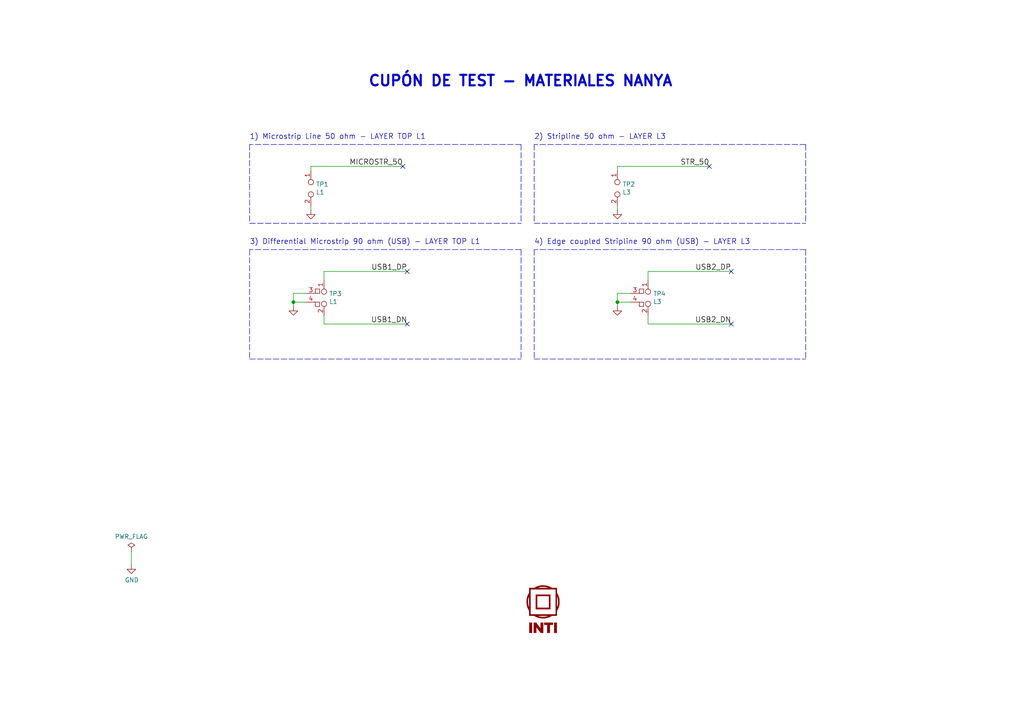
<source format=kicad_sch>
(kicad_sch
	(version 20231120)
	(generator "eeschema")
	(generator_version "8.0")
	(uuid "053c41be-400b-4ed4-9aad-c7b3e2ac6024")
	(paper "A4")
	(title_block
		(title "Cupón de Test")
		(date "2020-10-13")
		(rev "V2.0")
		(company "INTI - MNT")
		(comment 2 "Autor: Noelia Scotti")
		(comment 4 "Cupón de test para materiales Nanya")
	)
	(lib_symbols
		(symbol "Connector:TestPoint_2Pole"
			(pin_names
				(offset 0.762) hide)
			(exclude_from_sim no)
			(in_bom yes)
			(on_board yes)
			(property "Reference" "TP"
				(at 0 1.524 0)
				(effects
					(font
						(size 1.27 1.27)
					)
				)
			)
			(property "Value" "TestPoint_2Pole"
				(at 0 -1.778 0)
				(effects
					(font
						(size 1.27 1.27)
					)
				)
			)
			(property "Footprint" ""
				(at 0 0 0)
				(effects
					(font
						(size 1.27 1.27)
					)
					(hide yes)
				)
			)
			(property "Datasheet" ""
				(at 0 0 0)
				(effects
					(font
						(size 1.27 1.27)
					)
					(hide yes)
				)
			)
			(property "Description" ""
				(at 0 0 0)
				(effects
					(font
						(size 1.27 1.27)
					)
					(hide yes)
				)
			)
			(property "ki_fp_filters" "Pin* Test*"
				(at 0 0 0)
				(effects
					(font
						(size 1.27 1.27)
					)
					(hide yes)
				)
			)
			(symbol "TestPoint_2Pole_0_1"
				(circle
					(center -1.778 0)
					(radius 0.762)
					(stroke
						(width 0)
						(type solid)
					)
					(fill
						(type none)
					)
				)
				(circle
					(center 1.778 0)
					(radius 0.762)
					(stroke
						(width 0)
						(type solid)
					)
					(fill
						(type none)
					)
				)
				(pin passive line
					(at -5.08 0 0)
					(length 2.54)
					(name "1"
						(effects
							(font
								(size 1.27 1.27)
							)
						)
					)
					(number "1"
						(effects
							(font
								(size 1.27 1.27)
							)
						)
					)
				)
				(pin passive line
					(at 5.08 0 180)
					(length 2.54)
					(name "2"
						(effects
							(font
								(size 1.27 1.27)
							)
						)
					)
					(number "2"
						(effects
							(font
								(size 1.27 1.27)
							)
						)
					)
				)
			)
		)
		(symbol "Connector:TestPoint_4Pole"
			(pin_names
				(offset 0.762) hide)
			(exclude_from_sim no)
			(in_bom yes)
			(on_board yes)
			(property "Reference" "TP"
				(at 0 1.524 0)
				(effects
					(font
						(size 1.27 1.27)
					)
				)
			)
			(property "Value" "TestPoint_4Pole"
				(at 1.27 3.81 0)
				(effects
					(font
						(size 1.27 1.27)
					)
				)
			)
			(property "Footprint" ""
				(at 0 0 0)
				(effects
					(font
						(size 1.27 1.27)
					)
					(hide yes)
				)
			)
			(property "Datasheet" ""
				(at 0 0 0)
				(effects
					(font
						(size 1.27 1.27)
					)
					(hide yes)
				)
			)
			(property "Description" ""
				(at 0 0 0)
				(effects
					(font
						(size 1.27 1.27)
					)
					(hide yes)
				)
			)
			(property "ki_fp_filters" "Pin* Test*"
				(at 0 0 0)
				(effects
					(font
						(size 1.27 1.27)
					)
					(hide yes)
				)
			)
			(symbol "TestPoint_4Pole_0_0"
				(pin passive line
					(at -1.27 -5.08 90)
					(length 2.54)
					(name "3"
						(effects
							(font
								(size 1.27 1.27)
							)
						)
					)
					(number "3"
						(effects
							(font
								(size 1.27 1.27)
							)
						)
					)
				)
				(pin passive line
					(at 1.27 -5.08 90)
					(length 2.54)
					(name "4"
						(effects
							(font
								(size 1.27 1.27)
							)
						)
					)
					(number "4"
						(effects
							(font
								(size 1.27 1.27)
							)
						)
					)
				)
			)
			(symbol "TestPoint_4Pole_0_1"
				(rectangle
					(start -2.54 -1.27)
					(end -1.27 -2.54)
					(stroke
						(width 0)
						(type solid)
					)
					(fill
						(type none)
					)
				)
				(circle
					(center -1.778 0)
					(radius 0.762)
					(stroke
						(width 0)
						(type solid)
					)
					(fill
						(type none)
					)
				)
				(circle
					(center 1.778 0)
					(radius 0.762)
					(stroke
						(width 0)
						(type solid)
					)
					(fill
						(type none)
					)
				)
				(rectangle
					(start 2.54 -2.54)
					(end 1.27 -1.27)
					(stroke
						(width 0)
						(type solid)
					)
					(fill
						(type none)
					)
				)
				(pin passive line
					(at -5.08 0 0)
					(length 2.54)
					(name "1"
						(effects
							(font
								(size 1.27 1.27)
							)
						)
					)
					(number "1"
						(effects
							(font
								(size 1.27 1.27)
							)
						)
					)
				)
				(pin passive line
					(at 5.08 0 180)
					(length 2.54)
					(name "2"
						(effects
							(font
								(size 1.27 1.27)
							)
						)
					)
					(number "2"
						(effects
							(font
								(size 1.27 1.27)
							)
						)
					)
				)
			)
		)
		(symbol "logo:LOGO"
			(pin_names
				(offset 1.016)
			)
			(exclude_from_sim no)
			(in_bom yes)
			(on_board yes)
			(property "Reference" "#G"
				(at 0 -9.2456 0)
				(effects
					(font
						(size 1.524 1.524)
					)
					(hide yes)
				)
			)
			(property "Value" "LOGO"
				(at 0 9.2456 0)
				(effects
					(font
						(size 1.524 1.524)
					)
					(hide yes)
				)
			)
			(property "Footprint" ""
				(at 0 0 0)
				(effects
					(font
						(size 1.27 1.27)
					)
					(hide yes)
				)
			)
			(property "Datasheet" ""
				(at 0 0 0)
				(effects
					(font
						(size 1.27 1.27)
					)
					(hide yes)
				)
			)
			(property "Description" ""
				(at 0 0 0)
				(effects
					(font
						(size 1.27 1.27)
					)
					(hide yes)
				)
			)
			(symbol "LOGO_0_0"
				(polyline
					(pts
						(xy -3.175 -4.064) (xy -3.937 -4.064) (xy -3.937 -7.0358) (xy -3.175 -7.0358) (xy -3.175 -4.064)
					)
					(stroke
						(width 0.0254)
						(type solid)
					)
					(fill
						(type outline)
					)
				)
				(polyline
					(pts
						(xy 4.0132 -4.064) (xy 3.2512 -4.064) (xy 3.2512 -7.0358) (xy 4.0132 -7.0358) (xy 4.0132 -4.064)
					)
					(stroke
						(width 0.0254)
						(type solid)
					)
					(fill
						(type outline)
					)
				)
				(polyline
					(pts
						(xy 2.0066 -5.8674) (xy 2.032 -4.699) (xy 2.4384 -4.6736) (xy 2.8702 -4.6736) (xy 2.8702 -4.064)
						(xy 0.381 -4.064) (xy 0.381 -4.6736) (xy 1.2446 -4.6736) (xy 1.2446 -7.0358) (xy 2.0066 -7.0358)
						(xy 2.0066 -5.8674)
					)
					(stroke
						(width 0.0254)
						(type solid)
					)
					(fill
						(type outline)
					)
				)
				(polyline
					(pts
						(xy -1.9304 -6.1722) (xy -1.9304 -5.2832) (xy -1.2954 -6.1722) (xy -0.635 -7.0358) (xy 0.0508 -7.0358)
						(xy 0.0508 -4.064) (xy -0.6858 -4.064) (xy -0.6858 -5.7912) (xy -1.3462 -4.9276) (xy -1.9812 -4.064)
						(xy -2.667 -4.064) (xy -2.667 -7.0358) (xy -1.9558 -7.0358) (xy -1.9304 -6.1722)
					)
					(stroke
						(width 0.0254)
						(type solid)
					)
					(fill
						(type outline)
					)
				)
				(polyline
					(pts
						(xy 2.159 4.064) (xy -2.0574 4.064) (xy -2.0574 0.762) (xy -1.7018 0.762) (xy -1.7018 3.6576)
						(xy 1.7526 3.6576) (xy 1.7526 0.2286) (xy -1.524 0.2286) (xy -1.6256 0.254) (xy -1.6764 0.254)
						(xy -1.6764 0.5334) (xy -1.7018 0.762) (xy -2.0574 0.762) (xy -2.0574 -0.1524) (xy 2.159 -0.1524)
						(xy 2.159 4.064)
					)
					(stroke
						(width 0.0254)
						(type solid)
					)
					(fill
						(type outline)
					)
				)
				(polyline
					(pts
						(xy 0.8382 -2.7432) (xy 1.3716 -2.6162) (xy 1.905 -2.4384) (xy 2.3622 -2.2098) (xy 2.6162 -2.0574)
						(xy 4.0386 -2.0574) (xy 4.0386 -0.6604) (xy 4.191 -0.381) (xy 4.318 -0.1524) (xy 4.5212 0.3048)
						(xy 4.6736 0.8382) (xy 4.699 0.889) (xy 4.7498 1.0922) (xy 4.7498 1.2192) (xy 4.7752 1.3462) (xy 4.7752 2.6416)
						(xy 4.7498 2.7432) (xy 4.7498 2.8702) (xy 4.7244 2.9718) (xy 4.6736 3.0988) (xy 4.5974 3.3782)
						(xy 4.4196 3.8608) (xy 4.191 4.2926) (xy 4.0386 4.5974) (xy 4.0386 5.9944) (xy 2.6416 5.9944)
						(xy 2.2606 6.1976) (xy 1.8796 6.3754) (xy 1.4478 6.5278) (xy 0.9906 6.6548) (xy 0.5334 6.7056)
						(xy 0.0254 6.731) (xy -0.381 6.731) (xy -0.8636 6.6548) (xy -1.2954 6.5532) (xy -1.7526 6.4008)
						(xy -2.2098 6.1976) (xy -2.5908 5.9944) (xy -1.7018 5.9944) (xy -1.3462 6.1468) (xy -0.9652 6.2484)
						(xy -0.5334 6.3246) (xy -0.1016 6.35) (xy 0.3302 6.35) (xy 0.7366 6.2992) (xy 0.8382 6.2738) (xy 0.9906 6.2484)
						(xy 1.3462 6.1468) (xy 1.4986 6.096) (xy 1.6256 6.0706) (xy 1.7272 6.0198) (xy 1.7526 6.0198)
						(xy 1.7018 5.9944) (xy -1.7018 5.9944) (xy -2.5908 5.9944) (xy -3.9878 5.9944) (xy -3.9878 4.572)
						(xy -4.1148 4.3688) (xy -4.2418 4.1402) (xy -4.445 3.683) (xy -4.5974 3.2258) (xy -4.699 2.7432)
						(xy -4.7244 2.4892) (xy -4.7498 2.1336) (xy -4.7498 1.905) (xy -4.3688 1.905) (xy -4.3688 2.1844)
						(xy -4.3434 2.4638) (xy -4.318 2.6924) (xy -4.2926 2.8448) (xy -4.191 3.2004) (xy -4.0894 3.5052)
						(xy -4.0132 3.6576) (xy -4.0132 3.6068) (xy -3.9878 3.5052) (xy -3.9878 0.254) (xy -4.0132 0.254)
						(xy -4.0386 0.3302) (xy -4.0894 0.4318) (xy -4.1402 0.5842) (xy -4.2418 0.9398) (xy -4.2926 1.143)
						(xy -4.318 1.3462) (xy -4.3434 1.6002) (xy -4.3688 1.905) (xy -4.7498 1.905) (xy -4.7498 1.8034)
						(xy -4.7244 1.4732) (xy -4.699 1.1684) (xy -4.6482 0.9906) (xy -4.5466 0.6096) (xy -4.4196 0.2032)
						(xy -4.2418 -0.1778) (xy -4.064 -0.508) (xy -4.064 -0.5334) (xy -3.9878 -0.6858) (xy -3.9878 -1.6764)
						(xy -3.6068 -1.6764) (xy -3.6068 5.588) (xy 3.683 5.588) (xy 3.683 0.6858) (xy 4.0386 0.6858)
						(xy 4.0386 3.7338) (xy 4.1148 3.5306) (xy 4.1402 3.5306) (xy 4.191 3.4036) (xy 4.2418 3.2258)
						(xy 4.2926 3.0734) (xy 4.3434 2.7686) (xy 4.4196 2.2098) (xy 4.4196 1.651) (xy 4.3434 1.0922)
						(xy 4.191 0.5588) (xy 4.191 0.508) (xy 4.1402 0.381) (xy 4.0894 0.3048) (xy 4.064 0.254) (xy 4.064 0.4826)
						(xy 4.0386 0.6858) (xy 3.683 0.6858) (xy 3.683 -1.6764) (xy -3.6068 -1.6764) (xy -3.9878 -1.6764)
						(xy -3.9878 -2.0574) (xy -2.8702 -2.0574) (xy -2.6924 -2.0828) (xy -2.5908 -2.0828) (xy -1.7018 -2.0828)
						(xy -0.8382 -2.0828) (xy -0.508 -2.0574) (xy 0.5588 -2.0574) (xy 0.889 -2.0828) (xy 1.778 -2.0828)
						(xy 1.397 -2.2098) (xy 1.0414 -2.3114) (xy 0.9144 -2.3622) (xy 0.762 -2.3622) (xy 0.6096 -2.3876)
						(xy 0.4064 -2.413) (xy -0.5588 -2.413) (xy -0.5842 -2.3876) (xy -0.7112 -2.3622) (xy -0.8128 -2.3622)
						(xy -0.8636 -2.3368) (xy -1.016 -2.3114) (xy -1.1938 -2.2606) (xy -1.3716 -2.1844) (xy -1.7018 -2.0828)
						(xy -2.5908 -2.0828) (xy -2.5146 -2.1082) (xy -2.4638 -2.1082) (xy -2.413 -2.159) (xy -2.1844 -2.286)
						(xy -1.905 -2.413) (xy -1.6002 -2.5146) (xy -1.2954 -2.6416) (xy -0.9906 -2.7178) (xy -0.6858 -2.7686)
						(xy -0.2794 -2.8194) (xy 0.2794 -2.8194) (xy 0.8382 -2.7432)
					)
					(stroke
						(width 0.0254)
						(type solid)
					)
					(fill
						(type outline)
					)
				)
			)
		)
		(symbol "power:GND"
			(power)
			(pin_names
				(offset 0)
			)
			(exclude_from_sim no)
			(in_bom yes)
			(on_board yes)
			(property "Reference" "#PWR"
				(at 0 -6.35 0)
				(effects
					(font
						(size 1.27 1.27)
					)
					(hide yes)
				)
			)
			(property "Value" "GND"
				(at 0 -3.81 0)
				(effects
					(font
						(size 1.27 1.27)
					)
				)
			)
			(property "Footprint" ""
				(at 0 0 0)
				(effects
					(font
						(size 1.27 1.27)
					)
					(hide yes)
				)
			)
			(property "Datasheet" ""
				(at 0 0 0)
				(effects
					(font
						(size 1.27 1.27)
					)
					(hide yes)
				)
			)
			(property "Description" ""
				(at 0 0 0)
				(effects
					(font
						(size 1.27 1.27)
					)
					(hide yes)
				)
			)
			(symbol "GND_0_1"
				(polyline
					(pts
						(xy 0 0) (xy 0 -1.27) (xy 1.27 -1.27) (xy 0 -2.54) (xy -1.27 -1.27) (xy 0 -1.27)
					)
					(stroke
						(width 0)
						(type solid)
					)
					(fill
						(type none)
					)
				)
			)
			(symbol "GND_1_1"
				(pin power_in line
					(at 0 0 270)
					(length 0) hide
					(name "GND"
						(effects
							(font
								(size 1.27 1.27)
							)
						)
					)
					(number "1"
						(effects
							(font
								(size 1.27 1.27)
							)
						)
					)
				)
			)
		)
		(symbol "power:PWR_FLAG"
			(power)
			(pin_numbers hide)
			(pin_names
				(offset 0) hide)
			(exclude_from_sim no)
			(in_bom yes)
			(on_board yes)
			(property "Reference" "#FLG"
				(at 0 1.905 0)
				(effects
					(font
						(size 1.27 1.27)
					)
					(hide yes)
				)
			)
			(property "Value" "PWR_FLAG"
				(at 0 3.81 0)
				(effects
					(font
						(size 1.27 1.27)
					)
				)
			)
			(property "Footprint" ""
				(at 0 0 0)
				(effects
					(font
						(size 1.27 1.27)
					)
					(hide yes)
				)
			)
			(property "Datasheet" ""
				(at 0 0 0)
				(effects
					(font
						(size 1.27 1.27)
					)
					(hide yes)
				)
			)
			(property "Description" ""
				(at 0 0 0)
				(effects
					(font
						(size 1.27 1.27)
					)
					(hide yes)
				)
			)
			(symbol "PWR_FLAG_0_0"
				(pin power_out line
					(at 0 0 90)
					(length 0)
					(name "pwr"
						(effects
							(font
								(size 1.27 1.27)
							)
						)
					)
					(number "1"
						(effects
							(font
								(size 1.27 1.27)
							)
						)
					)
				)
			)
			(symbol "PWR_FLAG_0_1"
				(polyline
					(pts
						(xy 0 0) (xy 0 1.27) (xy -1.016 1.905) (xy 0 2.54) (xy 1.016 1.905) (xy 0 1.27)
					)
					(stroke
						(width 0)
						(type solid)
					)
					(fill
						(type none)
					)
				)
			)
		)
	)
	(junction
		(at 179.07 87.63)
		(diameter 0)
		(color 0 0 0 0)
		(uuid "75dfd1b3-669a-491f-8506-40ebdb8508b9")
	)
	(junction
		(at 85.09 87.63)
		(diameter 0)
		(color 0 0 0 0)
		(uuid "d5f0ccb2-5944-4e9f-8c71-a947448b832f")
	)
	(no_connect
		(at 212.09 93.98)
		(uuid "0e5193ec-ef89-43cf-920d-3b7c9ed501dc")
	)
	(no_connect
		(at 205.74 48.26)
		(uuid "144b47bd-8093-4649-b3d8-3c6825aee9cf")
	)
	(no_connect
		(at 118.11 93.98)
		(uuid "71123d19-8aa2-4f76-8619-40c55dd153f0")
	)
	(no_connect
		(at 212.09 78.74)
		(uuid "c38b5b19-4da8-4772-a312-37bab47f1bd0")
	)
	(no_connect
		(at 116.84 48.26)
		(uuid "c9c5d048-134a-451d-861b-b0ac7d1c7778")
	)
	(no_connect
		(at 118.11 78.74)
		(uuid "de180190-7ea7-4873-a164-55168d174828")
	)
	(polyline
		(pts
			(xy 154.94 41.91) (xy 154.94 64.77)
		)
		(stroke
			(width 0)
			(type dash)
		)
		(uuid "0556aff0-3dab-4367-8cd2-9d6c5687d954")
	)
	(polyline
		(pts
			(xy 151.13 72.39) (xy 151.13 104.14)
		)
		(stroke
			(width 0)
			(type dash)
		)
		(uuid "082bf79c-85c5-4a49-b254-cf390b772f0b")
	)
	(polyline
		(pts
			(xy 72.39 72.39) (xy 72.39 104.14)
		)
		(stroke
			(width 0)
			(type dash)
		)
		(uuid "15830725-2c4f-4696-9ef6-0550f9e60d20")
	)
	(wire
		(pts
			(xy 90.17 48.26) (xy 116.84 48.26)
		)
		(stroke
			(width 0)
			(type default)
		)
		(uuid "199fae52-aebb-42f1-90ba-da4fbc11abae")
	)
	(polyline
		(pts
			(xy 233.68 41.91) (xy 154.94 41.91)
		)
		(stroke
			(width 0)
			(type dash)
		)
		(uuid "1f27e0ac-54ac-41b2-b7d9-066117d54ce3")
	)
	(polyline
		(pts
			(xy 154.94 104.14) (xy 233.68 104.14)
		)
		(stroke
			(width 0)
			(type dash)
		)
		(uuid "23e6a9f3-8a7c-47bd-9388-52ac6d1fb32d")
	)
	(wire
		(pts
			(xy 118.11 93.98) (xy 93.98 93.98)
		)
		(stroke
			(width 0)
			(type default)
		)
		(uuid "248402a8-7a0b-49d3-9d87-bd55af2f176d")
	)
	(wire
		(pts
			(xy 85.09 87.63) (xy 85.09 88.9)
		)
		(stroke
			(width 0)
			(type default)
		)
		(uuid "28463f00-a557-40e7-bc4f-45d5846e0d8b")
	)
	(polyline
		(pts
			(xy 154.94 72.39) (xy 154.94 104.14)
		)
		(stroke
			(width 0)
			(type dash)
		)
		(uuid "346c4248-e49e-428d-829e-17a88066e887")
	)
	(wire
		(pts
			(xy 187.96 91.44) (xy 187.96 93.98)
		)
		(stroke
			(width 0)
			(type default)
		)
		(uuid "360cd4c5-61a0-4cc6-9a99-ec92b5ca7eaa")
	)
	(wire
		(pts
			(xy 182.88 85.09) (xy 179.07 85.09)
		)
		(stroke
			(width 0)
			(type default)
		)
		(uuid "39e9aabf-ac5d-459f-b08a-fc23df989244")
	)
	(polyline
		(pts
			(xy 233.68 41.91) (xy 233.68 64.77)
		)
		(stroke
			(width 0)
			(type dash)
		)
		(uuid "3d3f1b0c-a2ab-46dd-b721-c9365844700b")
	)
	(polyline
		(pts
			(xy 72.39 41.91) (xy 72.39 64.77)
		)
		(stroke
			(width 0)
			(type dash)
		)
		(uuid "40f724e8-cdb0-40d6-82ce-4caac8897cb2")
	)
	(polyline
		(pts
			(xy 154.94 64.77) (xy 233.68 64.77)
		)
		(stroke
			(width 0)
			(type dash)
		)
		(uuid "53fdd2a3-fe42-4d81-a25a-93e456594858")
	)
	(polyline
		(pts
			(xy 72.39 104.14) (xy 151.13 104.14)
		)
		(stroke
			(width 0)
			(type dash)
		)
		(uuid "547082fa-addd-47be-b5c5-e458dfb47b19")
	)
	(wire
		(pts
			(xy 179.07 48.26) (xy 205.74 48.26)
		)
		(stroke
			(width 0)
			(type default)
		)
		(uuid "60a65153-01c4-4d28-badb-85d04b539b74")
	)
	(polyline
		(pts
			(xy 151.13 72.39) (xy 72.39 72.39)
		)
		(stroke
			(width 0)
			(type dash)
		)
		(uuid "678aaefd-34bd-40ba-bff5-87d23beb1ce4")
	)
	(wire
		(pts
			(xy 85.09 85.09) (xy 85.09 87.63)
		)
		(stroke
			(width 0)
			(type default)
		)
		(uuid "68d33769-d80b-4fdd-a0b7-0cdfb2fe6f52")
	)
	(wire
		(pts
			(xy 182.88 87.63) (xy 179.07 87.63)
		)
		(stroke
			(width 0)
			(type default)
		)
		(uuid "76b1d047-593b-4631-a50d-53a538172d42")
	)
	(polyline
		(pts
			(xy 233.68 72.39) (xy 233.68 104.14)
		)
		(stroke
			(width 0)
			(type dash)
		)
		(uuid "7a41cd74-d766-46f0-a765-bbb98991f90e")
	)
	(wire
		(pts
			(xy 212.09 93.98) (xy 187.96 93.98)
		)
		(stroke
			(width 0)
			(type default)
		)
		(uuid "88500267-7e41-4f9b-a850-977bc4e3bacd")
	)
	(wire
		(pts
			(xy 90.17 59.69) (xy 90.17 60.96)
		)
		(stroke
			(width 0)
			(type default)
		)
		(uuid "91f60866-3310-46c1-a6fd-fb50d61b505f")
	)
	(wire
		(pts
			(xy 179.07 87.63) (xy 179.07 88.9)
		)
		(stroke
			(width 0)
			(type default)
		)
		(uuid "92088792-6df6-455b-8eea-8c0a1d2da448")
	)
	(wire
		(pts
			(xy 93.98 91.44) (xy 93.98 93.98)
		)
		(stroke
			(width 0)
			(type default)
		)
		(uuid "941cfbd4-5fe1-42e1-b355-c3c189e3762d")
	)
	(wire
		(pts
			(xy 88.9 85.09) (xy 85.09 85.09)
		)
		(stroke
			(width 0)
			(type default)
		)
		(uuid "961a12b0-9c9e-4b96-b712-e24740510b5b")
	)
	(wire
		(pts
			(xy 187.96 81.28) (xy 187.96 78.74)
		)
		(stroke
			(width 0)
			(type default)
		)
		(uuid "9751cce6-67b2-4bc7-ad6d-f5da429411ed")
	)
	(polyline
		(pts
			(xy 72.39 64.77) (xy 151.13 64.77)
		)
		(stroke
			(width 0)
			(type dash)
		)
		(uuid "9873033d-e857-4312-b6ad-5e1488a00ae2")
	)
	(polyline
		(pts
			(xy 151.13 41.91) (xy 72.39 41.91)
		)
		(stroke
			(width 0)
			(type dash)
		)
		(uuid "9d5929d8-c8e0-42ab-8037-26d2aa965d6d")
	)
	(wire
		(pts
			(xy 179.07 49.53) (xy 179.07 48.26)
		)
		(stroke
			(width 0)
			(type default)
		)
		(uuid "abaa5216-c876-44ef-bcf3-4732cd97e9f5")
	)
	(polyline
		(pts
			(xy 151.13 41.91) (xy 151.13 64.77)
		)
		(stroke
			(width 0)
			(type dash)
		)
		(uuid "b62b9f4a-3269-44a3-a561-fbbe1acbd94c")
	)
	(wire
		(pts
			(xy 38.1 160.02) (xy 38.1 163.83)
		)
		(stroke
			(width 0)
			(type default)
		)
		(uuid "d45e03be-2577-4788-895f-5fb2d1c1ac74")
	)
	(wire
		(pts
			(xy 179.07 85.09) (xy 179.07 87.63)
		)
		(stroke
			(width 0)
			(type default)
		)
		(uuid "d7eba8e8-b331-4f47-b67a-9742fa554e18")
	)
	(wire
		(pts
			(xy 118.11 78.74) (xy 93.98 78.74)
		)
		(stroke
			(width 0)
			(type default)
		)
		(uuid "d8c2f48f-0253-4f55-9b16-d00ce22990ba")
	)
	(polyline
		(pts
			(xy 233.68 72.39) (xy 154.94 72.39)
		)
		(stroke
			(width 0)
			(type dash)
		)
		(uuid "d9a24b80-53eb-4554-b77a-00e8f8e769a9")
	)
	(wire
		(pts
			(xy 88.9 87.63) (xy 85.09 87.63)
		)
		(stroke
			(width 0)
			(type default)
		)
		(uuid "deb894c6-6a57-4435-b01e-17ecb2853447")
	)
	(wire
		(pts
			(xy 212.09 78.74) (xy 187.96 78.74)
		)
		(stroke
			(width 0)
			(type default)
		)
		(uuid "e31f2f21-15f0-4bc0-b35b-9795e122f522")
	)
	(wire
		(pts
			(xy 90.17 49.53) (xy 90.17 48.26)
		)
		(stroke
			(width 0)
			(type default)
		)
		(uuid "ebec7614-c513-41e1-8d2f-46b487063347")
	)
	(wire
		(pts
			(xy 93.98 78.74) (xy 93.98 81.28)
		)
		(stroke
			(width 0)
			(type default)
		)
		(uuid "f262aa3a-a9a8-4f51-9e32-be35f6fd92a5")
	)
	(wire
		(pts
			(xy 179.07 59.69) (xy 179.07 60.96)
		)
		(stroke
			(width 0)
			(type default)
		)
		(uuid "f2d15bda-a3fd-420c-8c5e-4b0db00bc5ab")
	)
	(text "4) Edge coupled Stripline 90 ohm (USB) - LAYER L3"
		(exclude_from_sim no)
		(at 154.94 71.12 0)
		(effects
			(font
				(size 1.524 1.524)
			)
			(justify left bottom)
		)
		(uuid "0b8e7e52-673e-48be-90b1-e5fa22e14bd5")
	)
	(text "2) Stripline 50 ohm - LAYER L3"
		(exclude_from_sim no)
		(at 154.94 40.64 0)
		(effects
			(font
				(size 1.524 1.524)
			)
			(justify left bottom)
		)
		(uuid "2b080581-ba39-441a-884d-a911daa47204")
	)
	(text "1) Microstrip Line 50 ohm - LAYER TOP L1"
		(exclude_from_sim no)
		(at 72.39 40.64 0)
		(effects
			(font
				(size 1.524 1.524)
			)
			(justify left bottom)
		)
		(uuid "30a2e56c-6193-4ef6-92f9-a7f0887a39bd")
	)
	(text "CUPÓN DE TEST - MATERIALES NANYA"
		(exclude_from_sim no)
		(at 106.68 25.4 0)
		(effects
			(font
				(size 3.048 3.048)
				(thickness 0.6096)
				(bold yes)
			)
			(justify left bottom)
		)
		(uuid "9a8a0ada-e558-4ccc-b665-fd7b16c6733a")
	)
	(text "3) Differential Microstrip 90 ohm (USB) - LAYER TOP L1"
		(exclude_from_sim no)
		(at 72.39 71.12 0)
		(effects
			(font
				(size 1.524 1.524)
			)
			(justify left bottom)
		)
		(uuid "b9cfd1a9-9884-455a-a9ae-1d3906f08cd1")
	)
	(label "USB2_DP"
		(at 212.09 78.74 180)
		(effects
			(font
				(size 1.524 1.524)
			)
			(justify right bottom)
		)
		(uuid "07421fe8-9c60-4549-bcbd-db8242512b44")
	)
	(label "USB2_DN"
		(at 212.09 93.98 180)
		(effects
			(font
				(size 1.524 1.524)
			)
			(justify right bottom)
		)
		(uuid "6d79ef12-573c-4811-aef0-f69c9a442358")
	)
	(label "USB1_DP"
		(at 118.11 78.74 180)
		(effects
			(font
				(size 1.524 1.524)
			)
			(justify right bottom)
		)
		(uuid "81def4d3-0b7b-4117-be51-12f05743ad15")
	)
	(label "MICROSTR_50"
		(at 116.84 48.26 180)
		(effects
			(font
				(size 1.524 1.524)
			)
			(justify right bottom)
		)
		(uuid "945c6676-6fd2-466f-ba69-09e769b1a86d")
	)
	(label "USB1_DN"
		(at 118.11 93.98 180)
		(effects
			(font
				(size 1.524 1.524)
			)
			(justify right bottom)
		)
		(uuid "d8434ac4-b955-4809-9bf6-2f19473a25d7")
	)
	(label "STR_50"
		(at 205.74 48.26 180)
		(effects
			(font
				(size 1.524 1.524)
			)
			(justify right bottom)
		)
		(uuid "f77e270f-bc33-4928-9367-6565b622b51e")
	)
	(symbol
		(lib_id "power:GND")
		(at 90.17 60.96 0)
		(unit 1)
		(exclude_from_sim no)
		(in_bom yes)
		(on_board yes)
		(dnp no)
		(uuid "00000000-0000-0000-0000-000052dfc6e8")
		(property "Reference" "#PWR08"
			(at 90.17 60.96 0)
			(effects
				(font
					(size 0.762 0.762)
				)
				(hide yes)
			)
		)
		(property "Value" "GND"
			(at 90.17 62.738 0)
			(effects
				(font
					(size 0.762 0.762)
				)
				(hide yes)
			)
		)
		(property "Footprint" ""
			(at 90.17 60.96 0)
			(effects
				(font
					(size 1.524 1.524)
				)
				(hide yes)
			)
		)
		(property "Datasheet" ""
			(at 90.17 60.96 0)
			(effects
				(font
					(size 1.524 1.524)
				)
				(hide yes)
			)
		)
		(property "Description" ""
			(at 90.17 60.96 0)
			(effects
				(font
					(size 1.27 1.27)
				)
				(hide yes)
			)
		)
		(pin "1"
			(uuid "9c6fc12c-c875-4d1f-ba71-c83f79eea554")
		)
		(instances
			(project ""
				(path "/053c41be-400b-4ed4-9aad-c7b3e2ac6024"
					(reference "#PWR08")
					(unit 1)
				)
			)
		)
	)
	(symbol
		(lib_id "power:GND")
		(at 38.1 163.83 0)
		(unit 1)
		(exclude_from_sim no)
		(in_bom yes)
		(on_board yes)
		(dnp no)
		(uuid "00000000-0000-0000-0000-00005f734b5b")
		(property "Reference" "#PWR01"
			(at 38.1 170.18 0)
			(effects
				(font
					(size 1.27 1.27)
				)
				(hide yes)
			)
		)
		(property "Value" "GND"
			(at 38.227 168.2242 0)
			(effects
				(font
					(size 1.27 1.27)
				)
			)
		)
		(property "Footprint" ""
			(at 38.1 163.83 0)
			(effects
				(font
					(size 1.27 1.27)
				)
				(hide yes)
			)
		)
		(property "Datasheet" ""
			(at 38.1 163.83 0)
			(effects
				(font
					(size 1.27 1.27)
				)
				(hide yes)
			)
		)
		(property "Description" ""
			(at 38.1 163.83 0)
			(effects
				(font
					(size 1.27 1.27)
				)
				(hide yes)
			)
		)
		(pin "1"
			(uuid "9fe48252-672e-4234-ae37-b37a9313532f")
		)
		(instances
			(project ""
				(path "/053c41be-400b-4ed4-9aad-c7b3e2ac6024"
					(reference "#PWR01")
					(unit 1)
				)
			)
		)
	)
	(symbol
		(lib_id "power:PWR_FLAG")
		(at 38.1 160.02 0)
		(unit 1)
		(exclude_from_sim no)
		(in_bom yes)
		(on_board yes)
		(dnp no)
		(uuid "00000000-0000-0000-0000-00005f7351dd")
		(property "Reference" "#FLG01"
			(at 38.1 158.115 0)
			(effects
				(font
					(size 1.27 1.27)
				)
				(hide yes)
			)
		)
		(property "Value" "PWR_FLAG"
			(at 38.1 155.6258 0)
			(effects
				(font
					(size 1.27 1.27)
				)
			)
		)
		(property "Footprint" ""
			(at 38.1 160.02 0)
			(effects
				(font
					(size 1.27 1.27)
				)
				(hide yes)
			)
		)
		(property "Datasheet" ""
			(at 38.1 160.02 0)
			(effects
				(font
					(size 1.27 1.27)
				)
				(hide yes)
			)
		)
		(property "Description" ""
			(at 38.1 160.02 0)
			(effects
				(font
					(size 1.27 1.27)
				)
				(hide yes)
			)
		)
		(pin "1"
			(uuid "620bfd4a-cfda-4740-9f96-8bc633262df1")
		)
		(instances
			(project ""
				(path "/053c41be-400b-4ed4-9aad-c7b3e2ac6024"
					(reference "#FLG01")
					(unit 1)
				)
			)
		)
	)
	(symbol
		(lib_id "Connector:TestPoint_2Pole")
		(at 90.17 54.61 270)
		(unit 1)
		(exclude_from_sim no)
		(in_bom yes)
		(on_board yes)
		(dnp no)
		(uuid "00000000-0000-0000-0000-00005f73ad67")
		(property "Reference" "TP1"
			(at 91.6432 53.4416 90)
			(effects
				(font
					(size 1.27 1.27)
				)
				(justify left)
			)
		)
		(property "Value" "L1"
			(at 91.6432 55.753 90)
			(effects
				(font
					(size 1.27 1.27)
				)
				(justify left)
			)
		)
		(property "Footprint" "Connector_Coaxial:Test_point_2P_inti"
			(at 90.17 54.61 0)
			(effects
				(font
					(size 1.27 1.27)
				)
				(hide yes)
			)
		)
		(property "Datasheet" ""
			(at 90.17 54.61 0)
			(effects
				(font
					(size 1.27 1.27)
				)
				(hide yes)
			)
		)
		(property "Description" ""
			(at 90.17 54.61 0)
			(effects
				(font
					(size 1.27 1.27)
				)
				(hide yes)
			)
		)
		(pin "2"
			(uuid "85966245-c601-44b3-a9d9-596d334d42d3")
		)
		(pin "1"
			(uuid "29c77653-91a8-4888-a4af-f33784ccc600")
		)
		(instances
			(project ""
				(path "/053c41be-400b-4ed4-9aad-c7b3e2ac6024"
					(reference "TP1")
					(unit 1)
				)
			)
		)
	)
	(symbol
		(lib_id "Connector:TestPoint_4Pole")
		(at 93.98 86.36 270)
		(unit 1)
		(exclude_from_sim no)
		(in_bom yes)
		(on_board yes)
		(dnp no)
		(uuid "00000000-0000-0000-0000-00005f75d674")
		(property "Reference" "TP3"
			(at 95.4532 85.1916 90)
			(effects
				(font
					(size 1.27 1.27)
				)
				(justify left)
			)
		)
		(property "Value" "L1"
			(at 95.4532 87.503 90)
			(effects
				(font
					(size 1.27 1.27)
				)
				(justify left)
			)
		)
		(property "Footprint" "Connector_Coaxial:Test_point_4P_inti"
			(at 93.98 86.36 0)
			(effects
				(font
					(size 1.27 1.27)
				)
				(hide yes)
			)
		)
		(property "Datasheet" ""
			(at 93.98 86.36 0)
			(effects
				(font
					(size 1.27 1.27)
				)
				(hide yes)
			)
		)
		(property "Description" ""
			(at 93.98 86.36 0)
			(effects
				(font
					(size 1.27 1.27)
				)
				(hide yes)
			)
		)
		(pin "4"
			(uuid "2e343672-18c2-4595-98a6-22e8eb879c7a")
		)
		(pin "1"
			(uuid "103cca7d-647d-41db-8982-11ffead33573")
		)
		(pin "3"
			(uuid "17c51ee4-a44f-46f3-9801-5cf47ebaa6d0")
		)
		(pin "2"
			(uuid "e7da6831-ebd2-4c7e-a5c8-9164cb214b3d")
		)
		(instances
			(project ""
				(path "/053c41be-400b-4ed4-9aad-c7b3e2ac6024"
					(reference "TP3")
					(unit 1)
				)
			)
		)
	)
	(symbol
		(lib_id "power:GND")
		(at 85.09 88.9 0)
		(unit 1)
		(exclude_from_sim no)
		(in_bom yes)
		(on_board yes)
		(dnp no)
		(uuid "00000000-0000-0000-0000-00005f75ff28")
		(property "Reference" "#PWR07"
			(at 85.09 88.9 0)
			(effects
				(font
					(size 0.762 0.762)
				)
				(hide yes)
			)
		)
		(property "Value" "GND"
			(at 85.09 90.678 0)
			(effects
				(font
					(size 0.762 0.762)
				)
				(hide yes)
			)
		)
		(property "Footprint" ""
			(at 85.09 88.9 0)
			(effects
				(font
					(size 1.524 1.524)
				)
				(hide yes)
			)
		)
		(property "Datasheet" ""
			(at 85.09 88.9 0)
			(effects
				(font
					(size 1.524 1.524)
				)
				(hide yes)
			)
		)
		(property "Description" ""
			(at 85.09 88.9 0)
			(effects
				(font
					(size 1.27 1.27)
				)
				(hide yes)
			)
		)
		(pin "1"
			(uuid "595b978d-2727-4fd4-b5a3-f7f7a5e3d882")
		)
		(instances
			(project ""
				(path "/053c41be-400b-4ed4-9aad-c7b3e2ac6024"
					(reference "#PWR07")
					(unit 1)
				)
			)
		)
	)
	(symbol
		(lib_id "Connector:TestPoint_4Pole")
		(at 187.96 86.36 270)
		(unit 1)
		(exclude_from_sim no)
		(in_bom yes)
		(on_board yes)
		(dnp no)
		(uuid "00000000-0000-0000-0000-00005f87fe92")
		(property "Reference" "TP4"
			(at 189.4332 85.1916 90)
			(effects
				(font
					(size 1.27 1.27)
				)
				(justify left)
			)
		)
		(property "Value" "L3"
			(at 189.4332 87.503 90)
			(effects
				(font
					(size 1.27 1.27)
				)
				(justify left)
			)
		)
		(property "Footprint" "Connector_Coaxial:Test_point_4P_inti"
			(at 187.96 86.36 0)
			(effects
				(font
					(size 1.27 1.27)
				)
				(hide yes)
			)
		)
		(property "Datasheet" ""
			(at 187.96 86.36 0)
			(effects
				(font
					(size 1.27 1.27)
				)
				(hide yes)
			)
		)
		(property "Description" ""
			(at 187.96 86.36 0)
			(effects
				(font
					(size 1.27 1.27)
				)
				(hide yes)
			)
		)
		(pin "4"
			(uuid "bf48f2ec-c22a-4de5-975e-c0d01df464df")
		)
		(pin "2"
			(uuid "83a681ba-c890-42be-a5fd-0755160ebadd")
		)
		(pin "3"
			(uuid "f8cd8877-0115-4510-ac51-6508162b8f3a")
		)
		(pin "1"
			(uuid "c6b575d6-730f-4148-b8a0-32688b311726")
		)
		(instances
			(project ""
				(path "/053c41be-400b-4ed4-9aad-c7b3e2ac6024"
					(reference "TP4")
					(unit 1)
				)
			)
		)
	)
	(symbol
		(lib_id "power:GND")
		(at 179.07 88.9 0)
		(unit 1)
		(exclude_from_sim no)
		(in_bom yes)
		(on_board yes)
		(dnp no)
		(uuid "00000000-0000-0000-0000-00005f87fe9a")
		(property "Reference" "#PWR02"
			(at 179.07 88.9 0)
			(effects
				(font
					(size 0.762 0.762)
				)
				(hide yes)
			)
		)
		(property "Value" "GND"
			(at 179.07 90.678 0)
			(effects
				(font
					(size 0.762 0.762)
				)
				(hide yes)
			)
		)
		(property "Footprint" ""
			(at 179.07 88.9 0)
			(effects
				(font
					(size 1.524 1.524)
				)
				(hide yes)
			)
		)
		(property "Datasheet" ""
			(at 179.07 88.9 0)
			(effects
				(font
					(size 1.524 1.524)
				)
				(hide yes)
			)
		)
		(property "Description" ""
			(at 179.07 88.9 0)
			(effects
				(font
					(size 1.27 1.27)
				)
				(hide yes)
			)
		)
		(pin "1"
			(uuid "af433411-ded9-474e-81ad-7acef01b436b")
		)
		(instances
			(project ""
				(path "/053c41be-400b-4ed4-9aad-c7b3e2ac6024"
					(reference "#PWR02")
					(unit 1)
				)
			)
		)
	)
	(symbol
		(lib_id "Connector:TestPoint_2Pole")
		(at 179.07 54.61 270)
		(unit 1)
		(exclude_from_sim no)
		(in_bom yes)
		(on_board yes)
		(dnp no)
		(uuid "00000000-0000-0000-0000-00005f8889aa")
		(property "Reference" "TP2"
			(at 180.5432 53.4416 90)
			(effects
				(font
					(size 1.27 1.27)
				)
				(justify left)
			)
		)
		(property "Value" "L3"
			(at 180.5432 55.753 90)
			(effects
				(font
					(size 1.27 1.27)
				)
				(justify left)
			)
		)
		(property "Footprint" "Connector_Coaxial:Test_point_2P_inti"
			(at 179.07 54.61 0)
			(effects
				(font
					(size 1.27 1.27)
				)
				(hide yes)
			)
		)
		(property "Datasheet" ""
			(at 179.07 54.61 0)
			(effects
				(font
					(size 1.27 1.27)
				)
				(hide yes)
			)
		)
		(property "Description" ""
			(at 179.07 54.61 0)
			(effects
				(font
					(size 1.27 1.27)
				)
				(hide yes)
			)
		)
		(pin "1"
			(uuid "986b304f-d5dd-4376-a409-58aaa96c5a73")
		)
		(pin "2"
			(uuid "7bea3075-eda6-4fc3-9de4-90bfcad85fa6")
		)
		(instances
			(project ""
				(path "/053c41be-400b-4ed4-9aad-c7b3e2ac6024"
					(reference "TP2")
					(unit 1)
				)
			)
		)
	)
	(symbol
		(lib_id "power:GND")
		(at 179.07 60.96 0)
		(unit 1)
		(exclude_from_sim no)
		(in_bom yes)
		(on_board yes)
		(dnp no)
		(uuid "00000000-0000-0000-0000-00005f8889b5")
		(property "Reference" "#PWR0101"
			(at 179.07 60.96 0)
			(effects
				(font
					(size 0.762 0.762)
				)
				(hide yes)
			)
		)
		(property "Value" "GND"
			(at 179.07 62.738 0)
			(effects
				(font
					(size 0.762 0.762)
				)
				(hide yes)
			)
		)
		(property "Footprint" ""
			(at 179.07 60.96 0)
			(effects
				(font
					(size 1.524 1.524)
				)
				(hide yes)
			)
		)
		(property "Datasheet" ""
			(at 179.07 60.96 0)
			(effects
				(font
					(size 1.524 1.524)
				)
				(hide yes)
			)
		)
		(property "Description" ""
			(at 179.07 60.96 0)
			(effects
				(font
					(size 1.27 1.27)
				)
				(hide yes)
			)
		)
		(pin "1"
			(uuid "9ff65a4e-8277-4e41-99a5-ff4e4e0c0013")
		)
		(instances
			(project ""
				(path "/053c41be-400b-4ed4-9aad-c7b3e2ac6024"
					(reference "#PWR0101")
					(unit 1)
				)
			)
		)
	)
	(symbol
		(lib_id "logo:LOGO")
		(at 157.48 176.53 0)
		(unit 1)
		(exclude_from_sim no)
		(in_bom yes)
		(on_board yes)
		(dnp no)
		(uuid "00000000-0000-0000-0000-00005f898495")
		(property "Reference" "#G1"
			(at 157.48 185.7756 0)
			(effects
				(font
					(size 1.524 1.524)
				)
				(hide yes)
			)
		)
		(property "Value" "LOGO"
			(at 157.48 167.2844 0)
			(effects
				(font
					(size 1.524 1.524)
				)
				(hide yes)
			)
		)
		(property "Footprint" "Connector_Coaxial:LOGO_INTI_SMALL"
			(at 157.48 176.53 0)
			(effects
				(font
					(size 1.27 1.27)
				)
				(hide yes)
			)
		)
		(property "Datasheet" ""
			(at 157.48 176.53 0)
			(effects
				(font
					(size 1.27 1.27)
				)
				(hide yes)
			)
		)
		(property "Description" ""
			(at 157.48 176.53 0)
			(effects
				(font
					(size 1.27 1.27)
				)
				(hide yes)
			)
		)
		(instances
			(project ""
				(path "/053c41be-400b-4ed4-9aad-c7b3e2ac6024"
					(reference "#G1")
					(unit 1)
				)
			)
		)
	)
	(sheet_instances
		(path "/"
			(page "1")
		)
	)
)

</source>
